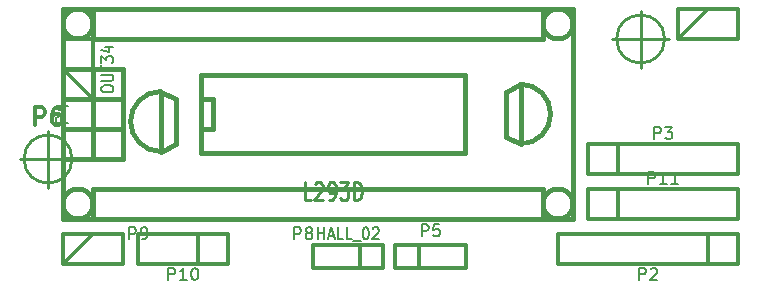
<source format=gbr>
G04 #@! TF.FileFunction,Legend,Top*
%FSLAX46Y46*%
G04 Gerber Fmt 4.6, Leading zero omitted, Abs format (unit mm)*
G04 Created by KiCad (PCBNEW 0.201508080901+6071~28~ubuntu14.04.1-product) date lun 10 ago 2015 21:40:22 CEST*
%MOMM*%
G01*
G04 APERTURE LIST*
%ADD10C,0.200000*%
%ADD11C,0.381000*%
%ADD12C,0.304800*%
%ADD13C,0.254000*%
%ADD14C,0.285750*%
%ADD15C,0.287020*%
%ADD16C,0.203200*%
G04 APERTURE END LIST*
D10*
D11*
X105410000Y-72390000D02*
X105410000Y-74930000D01*
X126746000Y-76962000D02*
X104394000Y-76962000D01*
X104394000Y-70358000D02*
X126746000Y-70358000D01*
X105410000Y-74930000D02*
X104394000Y-74930000D01*
X105410000Y-72390000D02*
X104394000Y-72390000D01*
X126746000Y-70358000D02*
X126746000Y-76962000D01*
X104394000Y-76962000D02*
X104394000Y-70358000D01*
X131445000Y-76200000D02*
X131445000Y-71120000D01*
X131445000Y-76200000D02*
X130175000Y-75565000D01*
X130175000Y-75565000D02*
X130175000Y-71755000D01*
X130175000Y-71755000D02*
X131445000Y-71120000D01*
X131445000Y-76200000D02*
G75*
G03X133985000Y-73660000I0J2540000D01*
G01*
X133985000Y-73660000D02*
G75*
G03X131445000Y-71120000I-2540000J0D01*
G01*
X100965000Y-71755000D02*
X100965000Y-76835000D01*
X100965000Y-71755000D02*
X102235000Y-72390000D01*
X102235000Y-72390000D02*
X102235000Y-76200000D01*
X102235000Y-76200000D02*
X100965000Y-76835000D01*
X100965000Y-71755000D02*
G75*
G03X98425000Y-74295000I0J-2540000D01*
G01*
X98425000Y-74295000D02*
G75*
G03X100965000Y-76835000I2540000J0D01*
G01*
D12*
X144780000Y-67310000D02*
X147320000Y-64770000D01*
X149860000Y-67310000D02*
X144780000Y-67310000D01*
X144780000Y-64770000D02*
X149860000Y-64770000D01*
X144780000Y-67310000D02*
X144780000Y-64770000D01*
X149860000Y-64770000D02*
X149860000Y-67310000D01*
X95250000Y-72390000D02*
X92710000Y-69850000D01*
X95250000Y-67310000D02*
X95250000Y-72390000D01*
X92710000Y-72390000D02*
X92710000Y-67310000D01*
X95250000Y-72390000D02*
X92710000Y-72390000D01*
X92710000Y-67310000D02*
X95250000Y-67310000D01*
X126825000Y-84725000D02*
X126825000Y-86725000D01*
X126825000Y-86725000D02*
X120825000Y-86725000D01*
X120825000Y-84725000D02*
X126825000Y-84725000D01*
X120825000Y-86725000D02*
X120825000Y-84725000D01*
X122825000Y-84725000D02*
X122825000Y-86725000D01*
D13*
X91440000Y-75057000D02*
X91440000Y-79883000D01*
X89027000Y-77470000D02*
X93853000Y-77470000D01*
X93472000Y-77470000D02*
G75*
G03X93472000Y-77470000I-2032000J0D01*
G01*
X141605000Y-64897000D02*
X141605000Y-69723000D01*
X139192000Y-67310000D02*
X144018000Y-67310000D01*
X143637000Y-67310000D02*
G75*
G03X143637000Y-67310000I-2032000J0D01*
G01*
D12*
X113840000Y-86725000D02*
X113840000Y-84725000D01*
X113840000Y-84725000D02*
X119840000Y-84725000D01*
X119840000Y-86725000D02*
X113840000Y-86725000D01*
X119840000Y-84725000D02*
X119840000Y-86725000D01*
X117840000Y-86725000D02*
X117840000Y-84725000D01*
D11*
X97790000Y-72390000D02*
X92710000Y-72390000D01*
X97790000Y-74930000D02*
X92710000Y-74930000D01*
X95250000Y-69850000D02*
X95250000Y-77470000D01*
X92710000Y-69850000D02*
X97790000Y-69850000D01*
X97790000Y-69850000D02*
X97790000Y-77470000D01*
X97790000Y-77470000D02*
X92710000Y-77470000D01*
X135890000Y-64770000D02*
X92710000Y-64770000D01*
X92710000Y-82550000D02*
X135890000Y-82550000D01*
X92710000Y-82550000D02*
X92710000Y-64770000D01*
X135890000Y-82550000D02*
X135890000Y-64770000D01*
X95250000Y-66040000D02*
G75*
G03X95250000Y-66040000I-1270000J0D01*
G01*
X95250000Y-81280000D02*
G75*
G03X95250000Y-81280000I-1270000J0D01*
G01*
X135890000Y-66040000D02*
G75*
G03X135890000Y-66040000I-1270000J0D01*
G01*
X135890000Y-81280000D02*
G75*
G03X135890000Y-81280000I-1270000J0D01*
G01*
X133350000Y-67310000D02*
X95250000Y-67310000D01*
X95250000Y-80010000D02*
X133350000Y-80010000D01*
X133350000Y-82550000D02*
X133350000Y-80010000D01*
X133350000Y-67310000D02*
X133350000Y-64770000D01*
X95250000Y-64770000D02*
X95250000Y-67310000D01*
X95250000Y-82550000D02*
X95250000Y-80010000D01*
D12*
X147320000Y-86360000D02*
X147320000Y-83820000D01*
X149860000Y-83820000D02*
X149860000Y-86360000D01*
X149860000Y-86360000D02*
X134620000Y-86360000D01*
X134620000Y-86360000D02*
X134620000Y-83820000D01*
X134620000Y-83820000D02*
X149860000Y-83820000D01*
X92710000Y-86360000D02*
X95250000Y-83820000D01*
X97790000Y-86360000D02*
X92710000Y-86360000D01*
X92710000Y-83820000D02*
X97790000Y-83820000D01*
X92710000Y-86360000D02*
X92710000Y-83820000D01*
X97790000Y-83820000D02*
X97790000Y-86360000D01*
X104140000Y-83820000D02*
X104140000Y-86360000D01*
X106680000Y-86360000D02*
X99060000Y-86360000D01*
X99060000Y-86360000D02*
X99060000Y-83820000D01*
X99060000Y-83820000D02*
X106680000Y-83820000D01*
X106680000Y-83820000D02*
X106680000Y-86360000D01*
X139700000Y-76200000D02*
X139700000Y-78740000D01*
X149860000Y-78740000D02*
X137160000Y-78740000D01*
X137160000Y-76200000D02*
X149860000Y-76200000D01*
X137160000Y-78740000D02*
X137160000Y-76200000D01*
X149860000Y-76200000D02*
X149860000Y-78740000D01*
X139700000Y-80010000D02*
X139700000Y-82550000D01*
X149860000Y-82550000D02*
X137160000Y-82550000D01*
X137160000Y-80010000D02*
X149860000Y-80010000D01*
X137160000Y-82550000D02*
X137160000Y-80010000D01*
X149860000Y-80010000D02*
X149860000Y-82550000D01*
D14*
X113719430Y-80953429D02*
X113175144Y-80953429D01*
X113175144Y-79429429D01*
X114046001Y-79574571D02*
X114100430Y-79502000D01*
X114209287Y-79429429D01*
X114481430Y-79429429D01*
X114590287Y-79502000D01*
X114644716Y-79574571D01*
X114699144Y-79719714D01*
X114699144Y-79864857D01*
X114644716Y-80082571D01*
X113991573Y-80953429D01*
X114699144Y-80953429D01*
X115243429Y-80953429D02*
X115461144Y-80953429D01*
X115570001Y-80880857D01*
X115624429Y-80808286D01*
X115733287Y-80590571D01*
X115787715Y-80300286D01*
X115787715Y-79719714D01*
X115733287Y-79574571D01*
X115678858Y-79502000D01*
X115570001Y-79429429D01*
X115352287Y-79429429D01*
X115243429Y-79502000D01*
X115189001Y-79574571D01*
X115134572Y-79719714D01*
X115134572Y-80082571D01*
X115189001Y-80227714D01*
X115243429Y-80300286D01*
X115352287Y-80372857D01*
X115570001Y-80372857D01*
X115678858Y-80300286D01*
X115733287Y-80227714D01*
X115787715Y-80082571D01*
X116168715Y-79429429D02*
X116876286Y-79429429D01*
X116495286Y-80010000D01*
X116658572Y-80010000D01*
X116767429Y-80082571D01*
X116821858Y-80155143D01*
X116876286Y-80300286D01*
X116876286Y-80663143D01*
X116821858Y-80808286D01*
X116767429Y-80880857D01*
X116658572Y-80953429D01*
X116332000Y-80953429D01*
X116223143Y-80880857D01*
X116168715Y-80808286D01*
X117366143Y-80953429D02*
X117366143Y-79429429D01*
X117638286Y-79429429D01*
X117801571Y-79502000D01*
X117910429Y-79647143D01*
X117964857Y-79792286D01*
X118019286Y-80082571D01*
X118019286Y-80300286D01*
X117964857Y-80590571D01*
X117910429Y-80735714D01*
X117801571Y-80880857D01*
X117638286Y-80953429D01*
X117366143Y-80953429D01*
D15*
D16*
X93169619Y-74409904D02*
X92153619Y-74409904D01*
X92153619Y-74022857D01*
X92202000Y-73926095D01*
X92250381Y-73877714D01*
X92347143Y-73829333D01*
X92492286Y-73829333D01*
X92589048Y-73877714D01*
X92637429Y-73926095D01*
X92685810Y-74022857D01*
X92685810Y-74409904D01*
X92492286Y-72958476D02*
X93169619Y-72958476D01*
X92105238Y-73200380D02*
X92830952Y-73442285D01*
X92830952Y-72813333D01*
X95963619Y-71585666D02*
X95963619Y-71416333D01*
X96012000Y-71331666D01*
X96108762Y-71246999D01*
X96302286Y-71204666D01*
X96640952Y-71204666D01*
X96834476Y-71246999D01*
X96931238Y-71331666D01*
X96979619Y-71416333D01*
X96979619Y-71585666D01*
X96931238Y-71670333D01*
X96834476Y-71754999D01*
X96640952Y-71797333D01*
X96302286Y-71797333D01*
X96108762Y-71754999D01*
X96012000Y-71670333D01*
X95963619Y-71585666D01*
X95963619Y-70823666D02*
X96786095Y-70823666D01*
X96882857Y-70781333D01*
X96931238Y-70739000D01*
X96979619Y-70654333D01*
X96979619Y-70485000D01*
X96931238Y-70400333D01*
X96882857Y-70358000D01*
X96786095Y-70315666D01*
X95963619Y-70315666D01*
X95963619Y-70019333D02*
X95963619Y-69511333D01*
X96979619Y-69765333D02*
X95963619Y-69765333D01*
X95963619Y-69299667D02*
X95963619Y-68749334D01*
X96350667Y-69045667D01*
X96350667Y-68918667D01*
X96399048Y-68834000D01*
X96447429Y-68791667D01*
X96544190Y-68749334D01*
X96786095Y-68749334D01*
X96882857Y-68791667D01*
X96931238Y-68834000D01*
X96979619Y-68918667D01*
X96979619Y-69172667D01*
X96931238Y-69257334D01*
X96882857Y-69299667D01*
X96302286Y-67987333D02*
X96979619Y-67987333D01*
X95915238Y-68199000D02*
X96640952Y-68410667D01*
X96640952Y-67860333D01*
X123075096Y-84025619D02*
X123075096Y-83009619D01*
X123462143Y-83009619D01*
X123558905Y-83058000D01*
X123607286Y-83106381D01*
X123655667Y-83203143D01*
X123655667Y-83348286D01*
X123607286Y-83445048D01*
X123558905Y-83493429D01*
X123462143Y-83541810D01*
X123075096Y-83541810D01*
X124574905Y-83009619D02*
X124091096Y-83009619D01*
X124042715Y-83493429D01*
X124091096Y-83445048D01*
X124187858Y-83396667D01*
X124429762Y-83396667D01*
X124526524Y-83445048D01*
X124574905Y-83493429D01*
X124623286Y-83590190D01*
X124623286Y-83832095D01*
X124574905Y-83928857D01*
X124526524Y-83977238D01*
X124429762Y-84025619D01*
X124187858Y-84025619D01*
X124091096Y-83977238D01*
X124042715Y-83928857D01*
D12*
X90315143Y-74603429D02*
X90315143Y-73079429D01*
X90895715Y-73079429D01*
X91040857Y-73152000D01*
X91113429Y-73224571D01*
X91186000Y-73369714D01*
X91186000Y-73587429D01*
X91113429Y-73732571D01*
X91040857Y-73805143D01*
X90895715Y-73877714D01*
X90315143Y-73877714D01*
X92492286Y-73079429D02*
X92202000Y-73079429D01*
X92056857Y-73152000D01*
X91984286Y-73224571D01*
X91839143Y-73442286D01*
X91766572Y-73732571D01*
X91766572Y-74313143D01*
X91839143Y-74458286D01*
X91911715Y-74530857D01*
X92056857Y-74603429D01*
X92347143Y-74603429D01*
X92492286Y-74530857D01*
X92564857Y-74458286D01*
X92637429Y-74313143D01*
X92637429Y-73950286D01*
X92564857Y-73805143D01*
X92492286Y-73732571D01*
X92347143Y-73660000D01*
X92056857Y-73660000D01*
X91911715Y-73732571D01*
X91839143Y-73805143D01*
X91766572Y-73950286D01*
D16*
X112280096Y-84279619D02*
X112280096Y-83263619D01*
X112667143Y-83263619D01*
X112763905Y-83312000D01*
X112812286Y-83360381D01*
X112860667Y-83457143D01*
X112860667Y-83602286D01*
X112812286Y-83699048D01*
X112763905Y-83747429D01*
X112667143Y-83795810D01*
X112280096Y-83795810D01*
X113441239Y-83699048D02*
X113344477Y-83650667D01*
X113296096Y-83602286D01*
X113247715Y-83505524D01*
X113247715Y-83457143D01*
X113296096Y-83360381D01*
X113344477Y-83312000D01*
X113441239Y-83263619D01*
X113634762Y-83263619D01*
X113731524Y-83312000D01*
X113779905Y-83360381D01*
X113828286Y-83457143D01*
X113828286Y-83505524D01*
X113779905Y-83602286D01*
X113731524Y-83650667D01*
X113634762Y-83699048D01*
X113441239Y-83699048D01*
X113344477Y-83747429D01*
X113296096Y-83795810D01*
X113247715Y-83892571D01*
X113247715Y-84086095D01*
X113296096Y-84182857D01*
X113344477Y-84231238D01*
X113441239Y-84279619D01*
X113634762Y-84279619D01*
X113731524Y-84231238D01*
X113779905Y-84182857D01*
X113828286Y-84086095D01*
X113828286Y-83892571D01*
X113779905Y-83795810D01*
X113731524Y-83747429D01*
X113634762Y-83699048D01*
X114300000Y-84279619D02*
X114300000Y-83263619D01*
X114300000Y-83747429D02*
X114808000Y-83747429D01*
X114808000Y-84279619D02*
X114808000Y-83263619D01*
X115188999Y-83989333D02*
X115612333Y-83989333D01*
X115104333Y-84279619D02*
X115400666Y-83263619D01*
X115696999Y-84279619D01*
X116416666Y-84279619D02*
X115993333Y-84279619D01*
X115993333Y-83263619D01*
X117136333Y-84279619D02*
X116713000Y-84279619D01*
X116713000Y-83263619D01*
X117221000Y-84376381D02*
X117898333Y-84376381D01*
X118279333Y-83263619D02*
X118364000Y-83263619D01*
X118448666Y-83312000D01*
X118491000Y-83360381D01*
X118533333Y-83457143D01*
X118575666Y-83650667D01*
X118575666Y-83892571D01*
X118533333Y-84086095D01*
X118491000Y-84182857D01*
X118448666Y-84231238D01*
X118364000Y-84279619D01*
X118279333Y-84279619D01*
X118194666Y-84231238D01*
X118152333Y-84182857D01*
X118110000Y-84086095D01*
X118067666Y-83892571D01*
X118067666Y-83650667D01*
X118110000Y-83457143D01*
X118152333Y-83360381D01*
X118194666Y-83312000D01*
X118279333Y-83263619D01*
X118914333Y-83360381D02*
X118956667Y-83312000D01*
X119041333Y-83263619D01*
X119253000Y-83263619D01*
X119337667Y-83312000D01*
X119380000Y-83360381D01*
X119422333Y-83457143D01*
X119422333Y-83553905D01*
X119380000Y-83699048D01*
X118872000Y-84279619D01*
X119422333Y-84279619D01*
X141490096Y-87708619D02*
X141490096Y-86692619D01*
X141877143Y-86692619D01*
X141973905Y-86741000D01*
X142022286Y-86789381D01*
X142070667Y-86886143D01*
X142070667Y-87031286D01*
X142022286Y-87128048D01*
X141973905Y-87176429D01*
X141877143Y-87224810D01*
X141490096Y-87224810D01*
X142457715Y-86789381D02*
X142506096Y-86741000D01*
X142602858Y-86692619D01*
X142844762Y-86692619D01*
X142941524Y-86741000D01*
X142989905Y-86789381D01*
X143038286Y-86886143D01*
X143038286Y-86982905D01*
X142989905Y-87128048D01*
X142409334Y-87708619D01*
X143038286Y-87708619D01*
X98310096Y-84279619D02*
X98310096Y-83263619D01*
X98697143Y-83263619D01*
X98793905Y-83312000D01*
X98842286Y-83360381D01*
X98890667Y-83457143D01*
X98890667Y-83602286D01*
X98842286Y-83699048D01*
X98793905Y-83747429D01*
X98697143Y-83795810D01*
X98310096Y-83795810D01*
X99374477Y-84279619D02*
X99568001Y-84279619D01*
X99664762Y-84231238D01*
X99713143Y-84182857D01*
X99809905Y-84037714D01*
X99858286Y-83844190D01*
X99858286Y-83457143D01*
X99809905Y-83360381D01*
X99761524Y-83312000D01*
X99664762Y-83263619D01*
X99471239Y-83263619D01*
X99374477Y-83312000D01*
X99326096Y-83360381D01*
X99277715Y-83457143D01*
X99277715Y-83699048D01*
X99326096Y-83795810D01*
X99374477Y-83844190D01*
X99471239Y-83892571D01*
X99664762Y-83892571D01*
X99761524Y-83844190D01*
X99809905Y-83795810D01*
X99858286Y-83699048D01*
X101636286Y-87708619D02*
X101636286Y-86692619D01*
X102023333Y-86692619D01*
X102120095Y-86741000D01*
X102168476Y-86789381D01*
X102216857Y-86886143D01*
X102216857Y-87031286D01*
X102168476Y-87128048D01*
X102120095Y-87176429D01*
X102023333Y-87224810D01*
X101636286Y-87224810D01*
X103184476Y-87708619D02*
X102603905Y-87708619D01*
X102894191Y-87708619D02*
X102894191Y-86692619D01*
X102797429Y-86837762D01*
X102700667Y-86934524D01*
X102603905Y-86982905D01*
X103813429Y-86692619D02*
X103910190Y-86692619D01*
X104006952Y-86741000D01*
X104055333Y-86789381D01*
X104103714Y-86886143D01*
X104152095Y-87079667D01*
X104152095Y-87321571D01*
X104103714Y-87515095D01*
X104055333Y-87611857D01*
X104006952Y-87660238D01*
X103910190Y-87708619D01*
X103813429Y-87708619D01*
X103716667Y-87660238D01*
X103668286Y-87611857D01*
X103619905Y-87515095D01*
X103571524Y-87321571D01*
X103571524Y-87079667D01*
X103619905Y-86886143D01*
X103668286Y-86789381D01*
X103716667Y-86741000D01*
X103813429Y-86692619D01*
X142760096Y-75770619D02*
X142760096Y-74754619D01*
X143147143Y-74754619D01*
X143243905Y-74803000D01*
X143292286Y-74851381D01*
X143340667Y-74948143D01*
X143340667Y-75093286D01*
X143292286Y-75190048D01*
X143243905Y-75238429D01*
X143147143Y-75286810D01*
X142760096Y-75286810D01*
X143679334Y-74754619D02*
X144308286Y-74754619D01*
X143969620Y-75141667D01*
X144114762Y-75141667D01*
X144211524Y-75190048D01*
X144259905Y-75238429D01*
X144308286Y-75335190D01*
X144308286Y-75577095D01*
X144259905Y-75673857D01*
X144211524Y-75722238D01*
X144114762Y-75770619D01*
X143824477Y-75770619D01*
X143727715Y-75722238D01*
X143679334Y-75673857D01*
X142276286Y-79580619D02*
X142276286Y-78564619D01*
X142663333Y-78564619D01*
X142760095Y-78613000D01*
X142808476Y-78661381D01*
X142856857Y-78758143D01*
X142856857Y-78903286D01*
X142808476Y-79000048D01*
X142760095Y-79048429D01*
X142663333Y-79096810D01*
X142276286Y-79096810D01*
X143824476Y-79580619D02*
X143243905Y-79580619D01*
X143534191Y-79580619D02*
X143534191Y-78564619D01*
X143437429Y-78709762D01*
X143340667Y-78806524D01*
X143243905Y-78854905D01*
X144792095Y-79580619D02*
X144211524Y-79580619D01*
X144501810Y-79580619D02*
X144501810Y-78564619D01*
X144405048Y-78709762D01*
X144308286Y-78806524D01*
X144211524Y-78854905D01*
M02*

</source>
